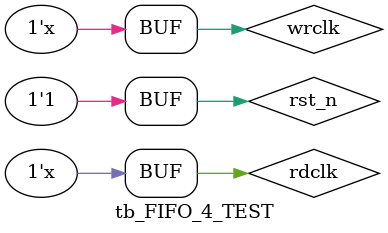
<source format=sv>

`timescale 1ns/1ps
module tb_FIFO_4_TEST (); /* this is automatically generated */

	// asynchronous reset
	reg rst_n;
	initial begin
		rst_n <= '0;
		#14
		rst_n <= '1;
	end

	// (*NOTE*) replace reset, clock, others
	reg wrclk;	//100MHz
	reg rdclk;	//50MHz

	initial begin
		wrclk = 1'd0;
		rdclk = 1'd0;
	end

	always #5 wrclk <= ~wrclk;
	always #10 rdclk <= ~rdclk;


	reg [31:0] random_data_temp;
	wire [31:0] random_data;
	always@(posedge wrclk or negedge rst_n) begin
		if(~rst_n) begin
			random_data_temp <= 32'd0;
		end else begin
			random_data_temp <= {$random} % 256;
		end
	end 

	assign random_data = random_data_temp;

	wire data_valid;
	wire [63:0] up_data;

	FIFO_4_TEST inst_FIFO_4_TEST
		(
			.rst_n      (rst_n),
			.random_data(random_data),
			.wrclk      (wrclk),
			.rdclk      (rdclk),
			.data_valid (data_valid),
			.up_data   (up_data)
		);

endmodule
</source>
